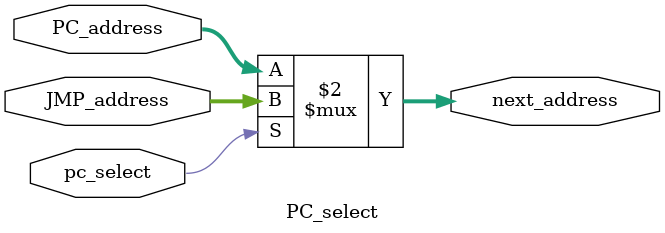
<source format=v>
`timescale 1ns / 1ps
module PC_select(
    input [31:0] JMP_address,
    input [31:0] PC_address,
    input pc_select,
    output [31:0] next_address
    );
	 
	assign next_address = (pc_select == 1)? JMP_address : PC_address;

endmodule

</source>
